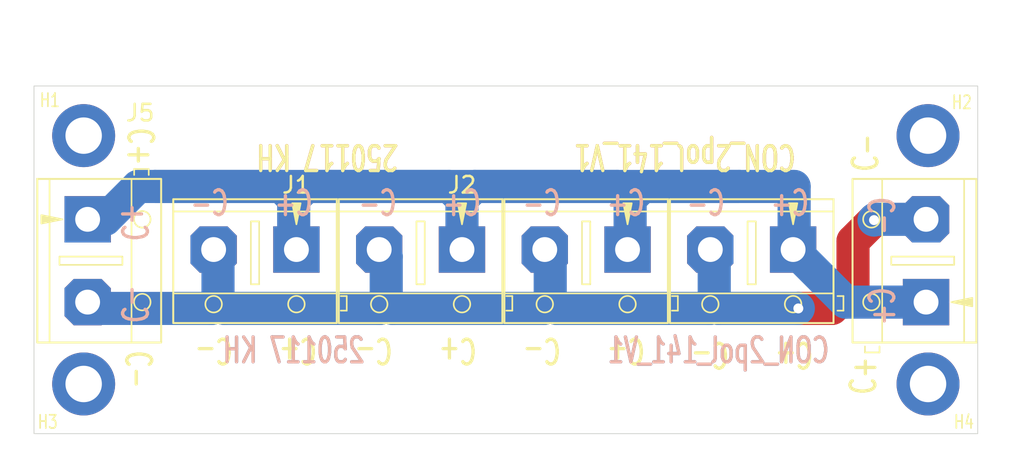
<source format=kicad_pcb>
(kicad_pcb (version 20240108) (generator "pcbnew") (generator_version "8.0")
  (layers (0 "F.Cu" signal) (31 "B.Cu" signal) (34 "B.Paste" user) (35 "F.Paste" user) (36 "B.SilkS" user "B.Silkscreen") (37 "F.SilkS" user "F.Silkscreen") (38 "B.Mask" user) (39 "F.Mask" user) (44 "Edge.Cuts" user))
  (net 0 "")
  (net 1 "/C+")
  (net 2 "/C-")
  (footprint "_kh_library:MountingHole_2.2mm_M2_Pad_TopBottom_kh" (layer "F.Cu") (at 104.1 64)
    (property "Reference" "H4" (at 2.166 2.294 0) (layer "F.SilkS") (effects (font (size 0.8 0.6) (thickness 0.1) (bold yes))))
    (property "Value" "MountingHole")
    (pad "1" thru_hole circle (at 0 0) (size 2.6 2.6) (drill 2.2) (layers "*.Cu" "*.Mask"))
    (pad "1" connect circle (at 0 0) (size 3.8 3.8) (layers "F.Cu" "F.Mask"))
    (pad "1" connect circle (at 0 0) (size 3.8 3.8) (layers "B.Cu" "B.Mask"))
  )
  (footprint "_kh_library:MountingHole_2.2mm_M2_Pad_TopBottom_kh" (layer "F.Cu") (at 53.1 64)
    (property "Reference" "H3" (at -2.173 2.294 0) (layer "F.SilkS") (effects (font (size 0.8 0.6) (thickness 0.1))))
    (property "Value" "MountingHole")
    (pad "1" thru_hole circle (at 0 0) (size 2.6 2.6) (drill 2.2) (layers "*.Cu" "*.Mask"))
    (pad "1" connect circle (at 0 0) (size 3.8 3.8) (layers "F.Cu" "F.Mask"))
    (pad "1" connect circle (at 0 0) (size 3.8 3.8) (layers "B.Cu" "B.Mask"))
  )
  (footprint "_kh_library:Screw_Terminal_01x02_P5" (layer "F.Cu") (at 103.98 59.055 180)
    (property "Reference" "J6" (hide yes))
    (property "Value" "Screw_Terminal_01x02_P5")
    (fp_line (start 3.69 -3.04) (end 3.69 -2.68) (stroke (width 0.1)) (layer "F.SilkS"))
    (fp_line (start 2.81 -3.04) (end 3.69 -3.04) (stroke (width 0.1)) (layer "F.SilkS"))
    (fp_line (start 2.81 -3.04) (end 2.81 -2.68) (stroke (width 0.1)) (layer "F.SilkS"))
    (fp_line (start 2.65 -2.44) (end 2.65 7.44) (stroke (width 0.1)) (layer "F.SilkS"))
    (fp_line (start -2.3 -2.44) (end -2.3 7.44) (stroke (width 0.1)) (layer "F.SilkS"))
    (fp_rect (start -1.7 2.25) (end 2.1 2.75) (stroke (width 0.1)) (fill none) (layer "F.SilkS"))
    (fp_rect (start -3.04 -2.44) (end 4.44 7.44) (stroke (width 0.12)) (fill none) (layer "F.SilkS"))
    (fp_circle (center 3.3 5) (end 3.8 5) (stroke (width 0.1)) (fill none) (layer "F.SilkS"))
    (fp_circle (center 3.3 0) (end 3.8 0) (stroke (width 0.1)) (fill none) (layer "F.SilkS"))
    (fp_poly (pts (xy -2.794 -0.254) (xy -1.524 0) (xy -2.794 0.254)) (stroke (width 0.1)) (fill solid) (layer "F.SilkS"))
    (pad "1" thru_hole rect (at 0 0 180) (size 2.8 2.8) (drill 1.5) (layers "*.Cu" "*.Mask") (net 1 "/C+"))
    (pad "2" thru_hole roundrect (at 0 5 180) (size 2.8 2.8) (drill 1.5) (layers "*.Cu" "*.Mask") (roundrect_rratio 0) (chamfer_ratio 0.2) (chamfer top_left top_right bottom_left bottom_right) (net 2 "/C-"))
  )
  (footprint "_kh_library:Screw_Terminal_01x02_P5" (layer "F.Cu") (at 65.95 55.88 -90)
    (property "Reference" "J1" (at -3.9 0 0) (layer "F.SilkS"))
    (property "Value" "Screw_Terminal_01x02_P5")
    (fp_line (start -2.3 -2.44) (end -2.3 7.44) (stroke (width 0.1)) (layer "F.SilkS"))
    (fp_line (start 2.65 -2.44) (end 2.65 7.44) (stroke (width 0.1)) (layer "F.SilkS"))
    (fp_line (start 2.81 -3.04) (end 2.81 -2.68) (stroke (width 0.1)) (layer "F.SilkS"))
    (fp_line (start 2.81 -3.04) (end 3.69 -3.04) (stroke (width 0.1)) (layer "F.SilkS"))
    (fp_line (start 3.69 -3.04) (end 3.69 -2.68) (stroke (width 0.1)) (layer "F.SilkS"))
    (fp_rect (start -1.7 2.25) (end 2.1 2.75) (stroke (width 0.1)) (fill none) (layer "F.SilkS"))
    (fp_rect (start -3.04 -2.44) (end 4.44 7.44) (stroke (width 0.12)) (fill none) (layer "F.SilkS"))
    (fp_circle (center 3.3 5) (end 3.8 5) (stroke (width 0.1)) (fill none) (layer "F.SilkS"))
    (fp_circle (center 3.3 0) (end 3.8 0) (stroke (width 0.1)) (fill none) (layer "F.SilkS"))
    (fp_poly (pts (xy -2.794 -0.254) (xy -1.524 0) (xy -2.794 0.254)) (stroke (width 0.1)) (fill solid) (layer "F.SilkS"))
    (pad "1" thru_hole rect (at 0 0 270) (size 2.8 2.8) (drill 1.5) (layers "*.Cu" "*.Mask") (net 1 "/C+"))
    (pad "2" thru_hole roundrect (at 0 5 270) (size 2.8 2.8) (drill 1.5) (layers "*.Cu" "*.Mask") (roundrect_rratio 0) (chamfer_ratio 0.2) (chamfer top_left top_right bottom_left bottom_right) (net 2 "/C-"))
  )
  (footprint "_kh_library:Screw_Terminal_01x02_P5" (layer "F.Cu") (at 53.34 54.055)
    (property "Reference" "J5" (at 3.175 -6.43 180) (layer "F.SilkS"))
    (property "Value" "Screw_Terminal_01x02_P5")
    (fp_line (start -2.3 -2.44) (end -2.3 7.44) (stroke (width 0.1)) (layer "F.SilkS"))
    (fp_line (start 2.65 -2.44) (end 2.65 7.44) (stroke (width 0.1)) (layer "F.SilkS"))
    (fp_line (start 2.81 -3.04) (end 2.81 -2.68) (stroke (width 0.1)) (layer "F.SilkS"))
    (fp_line (start 2.81 -3.04) (end 3.69 -3.04) (stroke (width 0.1)) (layer "F.SilkS"))
    (fp_line (start 3.69 -3.04) (end 3.69 -2.68) (stroke (width 0.1)) (layer "F.SilkS"))
    (fp_rect (start -3.04 -2.44) (end 4.44 7.44) (stroke (width 0.12)) (fill none) (layer "F.SilkS"))
    (fp_rect (start -1.7 2.25) (end 2.1 2.75) (stroke (width 0.1)) (fill none) (layer "F.SilkS"))
    (fp_circle (center 3.3 0) (end 3.8 0) (stroke (width 0.1)) (fill none) (layer "F.SilkS"))
    (fp_circle (center 3.3 5) (end 3.8 5) (stroke (width 0.1)) (fill none) (layer "F.SilkS"))
    (fp_poly (pts (xy -2.794 -0.254) (xy -1.524 0) (xy -2.794 0.254)) (stroke (width 0.1)) (fill solid) (layer "F.SilkS"))
    (pad "1" thru_hole rect (at 0 0) (size 2.8 2.8) (drill 1.5) (layers "*.Cu" "*.Mask") (net 1 "/C+"))
    (pad "2" thru_hole roundrect (at 0 5) (size 2.8 2.8) (drill 1.5) (layers "*.Cu" "*.Mask") (roundrect_rratio 0) (chamfer_ratio 0.2) (chamfer top_left top_right bottom_left bottom_right) (net 2 "/C-"))
  )
  (footprint "_kh_library:MountingHole_2.2mm_M2_Pad_TopBottom_kh" (layer "F.Cu") (at 53.1 49)
    (property "Reference" "H1" (at -2.046 -2.137 0) (layer "F.SilkS") (effects (font (size 0.8 0.6) (thickness 0.1))))
    (property "Value" "MountingHole")
    (pad "1" thru_hole circle (at 0 0) (size 2.6 2.6) (drill 2.2) (layers "*.Cu" "*.Mask"))
    (pad "1" connect circle (at 0 0) (size 3.8 3.8) (layers "F.Cu" "F.Mask"))
    (pad "1" connect circle (at 0 0) (size 3.8 3.8) (layers "B.Cu" "B.Mask"))
  )
  (footprint "_kh_library:Screw_Terminal_01x02_P5" (layer "F.Cu") (at 75.95 55.88 -90)
    (property "Reference" "J2" (at -3.9 0 0) (layer "F.SilkS"))
    (property "Value" "Screw_Terminal_01x02_P5")
    (fp_line (start -2.3 -2.44) (end -2.3 7.44) (stroke (width 0.1)) (layer "F.SilkS"))
    (fp_line (start 2.65 -2.44) (end 2.65 7.44) (stroke (width 0.1)) (layer "F.SilkS"))
    (fp_line (start 2.81 -3.04) (end 2.81 -2.68) (stroke (width 0.1)) (layer "F.SilkS"))
    (fp_line (start 2.81 -3.04) (end 3.69 -3.04) (stroke (width 0.1)) (layer "F.SilkS"))
    (fp_line (start 3.69 -3.04) (end 3.69 -2.68) (stroke (width 0.1)) (layer "F.SilkS"))
    (fp_rect (start -1.7 2.25) (end 2.1 2.75) (stroke (width 0.1)) (fill none) (layer "F.SilkS"))
    (fp_rect (start -3.04 -2.44) (end 4.44 7.44) (stroke (width 0.12)) (fill none) (layer "F.SilkS"))
    (fp_circle (center 3.3 5) (end 3.8 5) (stroke (width 0.1)) (fill none) (layer "F.SilkS"))
    (fp_circle (center 3.3 0) (end 3.8 0) (stroke (width 0.1)) (fill none) (layer "F.SilkS"))
    (fp_poly (pts (xy -2.794 -0.254) (xy -1.524 0) (xy -2.794 0.254)) (stroke (width 0.1)) (fill solid) (layer "F.SilkS"))
    (pad "1" thru_hole rect (at 0 0 270) (size 2.8 2.8) (drill 1.5) (layers "*.Cu" "*.Mask") (net 1 "/C+"))
    (pad "2" thru_hole roundrect (at 0 5 270) (size 2.8 2.8) (drill 1.5) (layers "*.Cu" "*.Mask") (roundrect_rratio 0) (chamfer_ratio 0.2) (chamfer top_left top_right bottom_left bottom_right) (net 2 "/C-"))
  )
  (footprint "_kh_library:Screw_Terminal_01x02_P5" (layer "F.Cu") (at 85.95 55.88 -90)
    (property "Reference" "J3" (hide yes))
    (property "Value" "Screw_Terminal_01x02_P5")
    (fp_line (start -2.3 -2.44) (end -2.3 7.44) (stroke (width 0.1)) (layer "F.SilkS"))
    (fp_line (start 2.65 -2.44) (end 2.65 7.44) (stroke (width 0.1)) (layer "F.SilkS"))
    (fp_line (start 2.81 -3.04) (end 2.81 -2.68) (stroke (width 0.1)) (layer "F.SilkS"))
    (fp_line (start 2.81 -3.04) (end 3.69 -3.04) (stroke (width 0.1)) (layer "F.SilkS"))
    (fp_line (start 3.69 -3.04) (end 3.69 -2.68) (stroke (width 0.1)) (layer "F.SilkS"))
    (fp_rect (start -1.7 2.25) (end 2.1 2.75) (stroke (width 0.1)) (fill none) (layer "F.SilkS"))
    (fp_rect (start -3.04 -2.44) (end 4.44 7.44) (stroke (width 0.12)) (fill none) (layer "F.SilkS"))
    (fp_circle (center 3.3 5) (end 3.8 5) (stroke (width 0.1)) (fill none) (layer "F.SilkS"))
    (fp_circle (center 3.3 0) (end 3.8 0) (stroke (width 0.1)) (fill none) (layer "F.SilkS"))
    (fp_poly (pts (xy -2.794 -0.254) (xy -1.524 0) (xy -2.794 0.254)) (stroke (width 0.1)) (fill solid) (layer "F.SilkS"))
    (pad "1" thru_hole rect (at 0 0 270) (size 2.8 2.8) (drill 1.5) (layers "*.Cu" "*.Mask") (net 1 "/C+"))
    (pad "2" thru_hole roundrect (at 0 5 270) (size 2.8 2.8) (drill 1.5) (layers "*.Cu" "*.Mask") (roundrect_rratio 0) (chamfer_ratio 0.2) (chamfer top_left top_right bottom_left bottom_right) (net 2 "/C-"))
  )
  (footprint "_kh_library:Screw_Terminal_01x02_P5" (layer "F.Cu") (at 95.95 55.88 -90)
    (property "Reference" "J4" (hide yes))
    (property "Value" "Screw_Terminal_01x02_P5")
    (fp_line (start -2.3 -2.44) (end -2.3 7.44) (stroke (width 0.1)) (layer "F.SilkS"))
    (fp_line (start 2.65 -2.44) (end 2.65 7.44) (stroke (width 0.1)) (layer "F.SilkS"))
    (fp_line (start 2.81 -3.04) (end 2.81 -2.68) (stroke (width 0.1)) (layer "F.SilkS"))
    (fp_line (start 2.81 -3.04) (end 3.69 -3.04) (stroke (width 0.1)) (layer "F.SilkS"))
    (fp_line (start 3.69 -3.04) (end 3.69 -2.68) (stroke (width 0.1)) (layer "F.SilkS"))
    (fp_rect (start -1.7 2.25) (end 2.1 2.75) (stroke (width 0.1)) (fill none) (layer "F.SilkS"))
    (fp_rect (start -3.04 -2.44) (end 4.44 7.44) (stroke (width 0.12)) (fill none) (layer "F.SilkS"))
    (fp_circle (center 3.3 5) (end 3.8 5) (stroke (width 0.1)) (fill none) (layer "F.SilkS"))
    (fp_circle (center 3.3 0) (end 3.8 0) (stroke (width 0.1)) (fill none) (layer "F.SilkS"))
    (fp_poly (pts (xy -2.794 -0.254) (xy -1.524 0) (xy -2.794 0.254)) (stroke (width 0.1)) (fill solid) (layer "F.SilkS"))
    (pad "1" thru_hole rect (at 0 0 270) (size 2.8 2.8) (drill 1.5) (layers "*.Cu" "*.Mask") (net 1 "/C+"))
    (pad "2" thru_hole roundrect (at 0 5 270) (size 2.8 2.8) (drill 1.5) (layers "*.Cu" "*.Mask") (roundrect_rratio 0) (chamfer_ratio 0.2) (chamfer top_left top_right bottom_left bottom_right) (net 2 "/C-"))
  )
  (footprint "_kh_library:MountingHole_2.2mm_M2_Pad_TopBottom_kh" (layer "F.Cu") (at 104.1 49)
    (property "Reference" "H2" (at 2.039 -2.01 0) (layer "F.SilkS") (effects (font (size 0.8 0.6) (thickness 0.1) (bold yes))))
    (property "Value" "MountingHole")
    (pad "1" thru_hole circle (at 0 0) (size 2.6 2.6) (drill 2.2) (layers "*.Cu" "*.Mask"))
    (pad "1" connect circle (at 0 0) (size 3.8 3.8) (layers "F.Cu" "F.Mask"))
    (pad "1" connect circle (at 0 0) (size 3.8 3.8) (layers "B.Cu" "B.Mask"))
  )
  (gr_rect (start 50.1 46) (end 107.1 67) (stroke (width 0.05)) (fill none) (layer "Edge.Cuts"))
  (gr_text "250117 KH" (at 67.818 50.292 180) (layer "F.Cu") (effects (font (size 1.5 1) (thickness 0.2) (bold yes))))
  (gr_text "CON_2pol_141_V1" (at 89.408 50.292 180) (layer "F.Cu") (effects (font (size 1.5 1) (thickness 0.2) (bold yes))))
  (gr_text "250117 KH" (at 65.786 61.976 0) (layer "B.Cu") (effects (font (size 1.5 1) (thickness 0.2) (bold yes)) (justify mirror)))
  (gr_text "CON_2pol_141_V1" (at 91.44 61.976 0) (layer "B.Cu") (effects (font (size 1.5 1) (thickness 0.2) (bold yes)) (justify mirror)))
  (gr_text "CON_2pol_141_V1" (at 91.44 61.976 0) (layer "B.SilkS") (effects (font (size 1.5 1) (thickness 0.2) (bold yes)) (justify mirror)))
  (gr_text "C-" (at 90.678 53.086 0) (layer "B.SilkS") (effects (font (size 1.5 1) (thickness 0.2) (bold yes)) (justify mirror)))
  (gr_text "C-" (at 101.346 53.848 90) (layer "B.SilkS") (effects (font (size 1.5 1) (thickness 0.2) (bold yes)) (justify mirror)))
  (gr_text "C+" (at 95.758 53.086 0) (layer "B.SilkS") (effects (font (size 1.5 1) (thickness 0.2) (bold yes)) (justify mirror)))
  (gr_text "C+" (at 56.134 54.229 270) (layer "B.SilkS") (effects (font (size 1.5 1) (thickness 0.2) (bold yes)) (justify mirror)))
  (gr_text "250117 KH" (at 65.786 61.976 0) (layer "B.SilkS") (effects (font (size 1.5 1) (thickness 0.2) (bold yes)) (justify mirror)))
  (gr_text "C-" (at 56.134 59.182 270) (layer "B.SilkS") (effects (font (size 1.5 1) (thickness 0.2) (bold yes)) (justify mirror)))
  (gr_text "C-" (at 60.706 53.086 0) (layer "B.SilkS") (effects (font (size 1.5 1) (thickness 0.2) (bold yes)) (justify mirror)))
  (gr_text "C+" (at 75.946 53.086 0) (layer "B.SilkS") (effects (font (size 1.5 1) (thickness 0.2) (bold yes)) (justify mirror)))
  (gr_text "C-" (at 80.772 53.086 0) (layer "B.SilkS") (effects (font (size 1.5 1) (thickness 0.2) (bold yes)) (justify mirror)))
  (gr_text "C+" (at 65.786 53.086 0) (layer "B.SilkS") (effects (font (size 1.5 1) (thickness 0.2) (bold yes)) (justify mirror)))
  (gr_text "C+" (at 85.852 53.086 0) (layer "B.SilkS") (effects (font (size 1.5 1) (thickness 0.2) (bold yes)) (justify mirror)))
  (gr_text "C+" (at 101.346 59.309 90) (layer "B.SilkS") (effects (font (size 1.5 1) (thickness 0.2) (bold yes)) (justify mirror)))
  (gr_text "C-" (at 70.866 53.086 0) (layer "B.SilkS") (effects (font (size 1.5 1) (thickness 0.2) (bold yes)) (justify mirror)))
  (gr_text "C-" (at 60.96 61.976 180) (layer "F.SilkS") (effects (font (size 1.5 1) (thickness 0.2) (bold yes))))
  (gr_text "CON_2pol_141_V1" (at 89.408 50.292 180) (layer "F.SilkS") (effects (font (size 1.5 1) (thickness 0.2) (bold yes))))
  (gr_text "C+" (at 85.852 61.976 180) (layer "F.SilkS") (effects (font (size 1.5 1) (thickness 0.2) (bold yes))))
  (gr_text "C+" (at 75.692 61.976 180) (layer "F.SilkS") (effects (font (size 1.5 1) (thickness 0.2) (bold yes))))
  (gr_text "C-" (at 80.772 61.976 180) (layer "F.SilkS") (effects (font (size 1.5 1) (thickness 0.2) (bold yes))))
  (gr_text "C+" (at 66.04 61.976 180) (layer "F.SilkS") (effects (font (size 1.5 1) (thickness 0.2) (bold yes))))
  (gr_text "C-" (at 90.932 62.23 180) (layer "F.SilkS") (effects (font (size 1.5 1) (thickness 0.2) (bold yes))))
  (gr_text "250117 KH" (at 67.818 50.292 180) (layer "F.SilkS") (effects (font (size 1.5 1) (thickness 0.2) (bold yes))))
  (gr_text "C+" (at 100.203 63.5 90) (layer "F.SilkS") (effects (font (size 1.5 1) (thickness 0.2) (bold yes))))
  (gr_text "C-" (at 56.388 63.119 270) (layer "F.SilkS") (effects (font (size 1.5 1) (thickness 0.2) (bold yes))))
  (gr_text "C+" (at 96.012 62.23 180) (layer "F.SilkS") (effects (font (size 1.5 1) (thickness 0.2) (bold yes))))
  (gr_text "C-" (at 100.33 50.038 90) (layer "F.SilkS") (effects (font (size 1.5 1) (thickness 0.2) (bold yes))))
  (gr_text "C-" (at 70.612 61.976 180) (layer "F.SilkS") (effects (font (size 1.5 1) (thickness 0.2) (bold yes))))
  (gr_text "C+" (at 56.515 49.657 270) (layer "F.SilkS") (effects (font (size 1.5 1) (thickness 0.2) (bold yes))))
  (segment (start 75.946 52.832) (end 76.708 52.07) (width 2) (layer "B.Cu") (net 1))
  (segment (start 65.786 52.832) (end 66.548 52.07) (width 2) (layer "B.Cu") (net 1))
  (segment (start 96.012 52.07) (end 96.012 55.818) (width 2) (layer "B.Cu") (net 1))
  (segment (start 57.404 52.07) (end 92.71 52.07) (width 2) (layer "B.Cu") (net 1))
  (segment (start 57.404 52.07) (end 65.024 52.07) (width 2) (layer "B.Cu") (net 1))
  (segment (start 86.106 52.832) (end 86.868 52.07) (width 2) (layer "B.Cu") (net 1))
  (segment (start 56.388 52.07) (end 57.404 52.07) (width 2) (layer "B.Cu") (net 1))
  (segment (start 86.106 52.832) (end 86.106 55.724) (width 2) (layer "B.Cu") (net 1))
  (segment (start 85.344 52.07) (end 86.106 52.832) (width 2) (layer "B.Cu") (net 1))
  (segment (start 53.34 54.055) (end 54.403 54.055) (width 2) (layer "B.Cu") (net 1))
  (segment (start 65.024 52.07) (end 65.786 52.832) (width 2) (layer "B.Cu") (net 1))
  (segment (start 86.868 52.07) (end 92.71 52.07) (width 2) (layer "B.Cu") (net 1))
  (segment (start 75.95 52.836) (end 75.946 52.832) (width 2) (layer "B.Cu") (net 1))
  (segment (start 76.708 52.07) (end 85.344 52.07) (width 2) (layer "B.Cu") (net 1))
  (segment (start 66.548 52.07) (end 75.184 52.07) (width 2) (layer "B.Cu") (net 1))
  (segment (start 99.125 59.055) (end 103.98 59.055) (width 2) (layer "B.Cu") (net 1))
  (segment (start 92.71 52.07) (end 96.012 52.07) (width 2) (layer "B.Cu") (net 1))
  (segment (start 95.95 55.88) (end 99.125 59.055) (width 2) (layer "B.Cu") (net 1))
  (segment (start 75.184 52.07) (end 75.946 52.832) (width 2) (layer "B.Cu") (net 1))
  (segment (start 75.95 55.88) (end 75.95 52.836) (width 2) (layer "B.Cu") (net 1))
  (segment (start 65.786 52.832) (end 65.786 55.706) (width 2) (layer "B.Cu") (net 1))
  (segment (start 54.403 54.055) (end 56.388 52.07) (width 2) (layer "B.Cu") (net 1))
  (segment (start 96.266 59.436) (end 98.298 59.436) (width 2) (layer "F.Cu") (net 2))
  (segment (start 98.298 59.436) (end 99.568 58.166) (width 2) (layer "F.Cu") (net 2))
  (segment (start 99.568 58.166) (end 99.568 55.372) (width 2) (layer "F.Cu") (net 2))
  (segment (start 99.568 55.372) (end 100.838 54.102) (width 2) (layer "F.Cu") (net 2))
  (via (at 100.838 54.102) (size 1.2) (drill 0.6) (layers "F.Cu" "B.Cu") (net 2))
  (via (at 96.266 59.436) (size 1.2) (drill 0.6) (layers "F.Cu" "B.Cu") (net 2))
  (segment (start 103.98 54.055) (end 100.885 54.055) (width 2) (layer "B.Cu") (net 2))
  (segment (start 71.374 59.055) (end 71.374 56.304) (width 2) (layer "B.Cu") (net 2))
  (segment (start 91.186 59.182) (end 91.186 56.116) (width 2) (layer "B.Cu") (net 2))
  (segment (start 61.214 59.055) (end 61.214 56.144) (width 2) (layer "B.Cu") (net 2))
  (segment (start 96.266 59.436) (end 91.44 59.436) (width 2) (layer "B.Cu") (net 2))
  (segment (start 61.595 59.436) (end 70.993 59.436) (width 2) (layer "B.Cu") (net 2))
  (segment (start 81.28 59.055) (end 81.28 56.21) (width 2) (layer "B.Cu") (net 2))
  (segment (start 70.993 59.436) (end 71.374 59.055) (width 2) (layer "B.Cu") (net 2))
  (segment (start 71.755 59.436) (end 80.899 59.436) (width 2) (layer "B.Cu") (net 2))
  (segment (start 71.374 56.304) (end 70.95 55.88) (width 2) (layer "B.Cu") (net 2))
  (segment (start 61.214 59.055) (end 61.595 59.436) (width 2) (layer "B.Cu") (net 2))
  (segment (start 90.932 59.436) (end 91.186 59.182) (width 2) (layer "B.Cu") (net 2))
  (segment (start 100.885 54.055) (end 100.838 54.102) (width 2) (layer "B.Cu") (net 2))
  (segment (start 71.374 59.055) (end 71.755 59.436) (width 2) (layer "B.Cu") (net 2))
  (segment (start 81.28 59.055) (end 81.661 59.436) (width 2) (layer "B.Cu") (net 2))
  (segment (start 81.661 59.436) (end 90.932 59.436) (width 2) (layer "B.Cu") (net 2))
  (segment (start 53.721 59.436) (end 60.833 59.436) (width 2) (layer "B.Cu") (net 2))
  (segment (start 60.833 59.436) (end 61.214 59.055) (width 2) (layer "B.Cu") (net 2))
  (segment (start 91.44 59.436) (end 91.186 59.182) (width 2) (layer "B.Cu") (net 2))
  (segment (start 80.899 59.436) (end 81.28 59.055) (width 2) (layer "B.Cu") (net 2))
)
</source>
